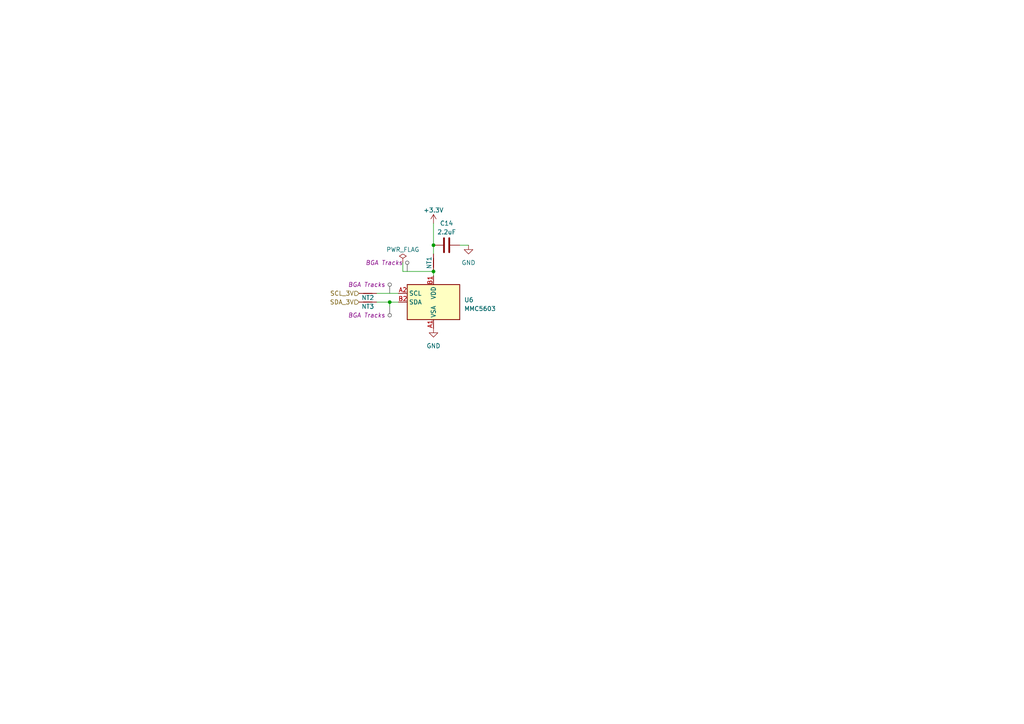
<source format=kicad_sch>
(kicad_sch (version 20230121) (generator eeschema)
  (paper "A4")
  (title_block (title "FooBot-Tests") (date "2023-03-17") (rev "1.0.0") (company "nschoe's labs"))
  (lib_symbols
    (symbol "Device:C" (pin_numbers hide) (pin_names (offset 0.254))
      (property "Reference" "C" (at 0.635 2.54 0))
      (property "Value" "C" (at 0.635 -2.54 0))
      (symbol "C_0_1"
        (polyline (pts (xy -2.032 -0.762) (xy 2.032 -0.762)) (stroke (width 0.508)))
        (polyline (pts (xy -2.032 0.762) (xy 2.032 0.762)) (stroke (width 0.508)))
      )
      (symbol "C_1_1"
        (pin passive line (at 0 3.81 270) (length 2.794) (name "~") (number "1"))
        (pin passive line (at 0 -3.81 90) (length 2.794) (name "~") (number "2"))
      )
    )
    (symbol "Device:NetTie_2" (pin_numbers hide) (pin_names (offset 0) hide) (in_bom no)
      (property "Reference" "NT" (at 0 1.27 0))
      (property "Value" "NetTie_2" (at 0 -1.27 0))
      (symbol "NetTie_2_0_1"
        (polyline (pts (xy -1.27 0) (xy 1.27 0)) (stroke (width 0.254)))
      )
      (symbol "NetTie_2_1_1"
        (pin passive line (at -2.54 0 0) (length 2.54) (name "1") (number "1"))
        (pin passive line (at 2.54 0 180) (length 2.54) (name "2") (number "2"))
      )
    )
    (symbol "Sensor_Magnetic:MMC5633NJL"
      (property "Reference" "U" (at -2.54 8.255 0))
      (property "Value" "MMC5633NJL" (at -2.54 6.35 0))
      (symbol "MMC5633NJL_0_1"
        (rectangle (start -7.62 -5.08) (end 7.62 5.08) (stroke (width 0.254)) (fill (type background)))
      )
      (symbol "MMC5633NJL_1_1"
        (pin power_in line (at 0 -7.62 90) (length 2.54) (name "VSA") (number "A1"))
        (pin input line (at -10.16 2.54 0) (length 2.54) (name "SCL") (number "A2"))
        (pin power_in line (at 0 7.62 270) (length 2.54) (name "VDD") (number "B1"))
        (pin bidirectional line (at -10.16 0 0) (length 2.54) (name "SDA") (number "B2"))
      )
    )
    (symbol "power:+3.3V" (power) (pin_names (offset 0))
      (property "Value" "+3.3V" (at 0 3.556 0))
      (symbol "+3.3V_0_1"
        (polyline (pts (xy -0.762 1.27) (xy 0 2.54)))
        (polyline (pts (xy 0 0) (xy 0 2.54)))
        (polyline (pts (xy 0 2.54) (xy 0.762 1.27)))
      )
      (symbol "+3.3V_1_1"
        (pin power_in line (at 0 0 90) (length 0) hide (name "+3.3V") (number "1"))
      )
    )
    (symbol "power:GND" (power) (pin_names (offset 0))
      (property "Value" "GND" (at 0 -3.81 0))
      (symbol "GND_0_1"
        (polyline (pts (xy 0 0) (xy 0 -1.27) (xy 1.27 -1.27) (xy 0 -2.54) (xy -1.27 -1.27) (xy 0 -1.27)))
      )
      (symbol "GND_1_1"
        (pin power_in line (at 0 0 270) (length 0) hide (name "GND") (number "1"))
      )
    )
    (symbol "power:PWR_FLAG" (power) (pin_numbers hide) (pin_names (offset 0) hide)
      (property "Value" "PWR_FLAG" (at 0 3.81 0))
      (symbol "PWR_FLAG_0_0"
        (pin power_out line (at 0 0 90) (length 0) (name "pwr") (number "1"))
      )
      (symbol "PWR_FLAG_0_1"
        (polyline (pts (xy 0 0) (xy 0 1.27) (xy -1.016 1.905) (xy 0 2.54) (xy 1.016 1.905) (xy 0 1.27)))
      )
    )
  )
  (junction (at 113.03 87.63))
  (junction (at 125.73 78.74))
  (junction (at 125.73 71.12))
  (wire (pts (xy 125.73 71.12) (xy 125.73 73.66)))
  (wire (pts (xy 109.22 87.63) (xy 113.03 87.63)))
  (wire (pts (xy 116.84 78.74) (xy 125.73 78.74)))
  (wire (pts (xy 109.22 85.09) (xy 115.57 85.09)))
  (wire (pts (xy 125.73 64.77) (xy 125.73 71.12)))
  (wire (pts (xy 113.03 87.63) (xy 113.03 88.9)))
  (wire (pts (xy 113.03 87.63) (xy 115.57 87.63)))
  (wire (pts (xy 125.73 78.74) (xy 125.73 80.01)))
  (wire (pts (xy 133.35 71.12) (xy 135.89 71.12)))
  (wire (pts (xy 116.84 76.2) (xy 116.84 78.74)))
  (hierarchical_label "SDA_3V" (shape input) (at 104.14 87.63 180))
  (hierarchical_label "SCL_3V" (shape input) (at 104.14 85.09 180))
  (netclass_flag "" (length 2.54) (shape round) (at 113.03 85.09 0) (property "Netclass" "BGA Tracks" (at 111.76 82.55 0) (effects (font italic) (justify right))))
  (netclass_flag "" (length 2.54) (shape round) (at 118.11 78.74 0) (property "Netclass" "BGA Tracks" (at 116.84 76.2 0) (effects (font italic) (justify right))))
  (netclass_flag "" (length 2.54) (shape round) (at 113.03 88.9 180) (property "Netclass" "BGA Tracks" (at 111.76 91.44 0) (effects (font italic) (justify right))))
  (symbol (lib_id "Device:NetTie_2") (at 125.73 76.2 90) (unit 1) (in_bom no)
    (property "Reference" "NT1" (at 124.46 76.2 0))
    (property "Value" "NetTie_2" (effects hide))
    (property "Footprint" "nschoe-kicad-footprints:NetTie-2_SMD_Pad0.2mm" (effects hide))
  )
  (symbol (lib_id "power:+3.3V") (at 125.73 64.77 0) (unit 1)
    (property "Reference" "#PWR049" (effects hide))
    (property "Value" "+3.3V" (at 125.73 60.96 0))
  )
  (symbol (lib_id "Device:NetTie_2") (at 106.68 87.63 180) (unit 1) (in_bom no)
    (property "Reference" "NT3" (at 106.68 88.9 0))
    (property "Value" "NetTie_2" (effects hide))
    (property "Footprint" "nschoe-kicad-footprints:NetTie-2_SMD_Pad0.2mm" (effects hide))
  )
  (symbol (lib_id "Device:NetTie_2") (at 106.68 85.09 180) (unit 1) (in_bom no)
    (property "Reference" "NT2" (at 106.68 86.36 0))
    (property "Value" "NetTie_2" (effects hide))
    (property "Footprint" "nschoe-kicad-footprints:NetTie-2_SMD_Pad0.2mm" (effects hide))
  )
  (symbol (lib_id "power:PWR_FLAG") (at 116.84 76.2 0) (unit 1)
    (property "Reference" "#FLG05" (effects hide))
    (property "Value" "PWR_FLAG" (at 116.84 72.39 0))
  )
  (symbol (lib_id "power:GND") (at 135.89 71.12 0) (unit 1)
    (property "Reference" "#PWR050" (effects hide))
    (property "Value" "GND" (at 135.89 76.2 0))
  )
  (symbol (lib_id "Device:C") (at 129.54 71.12 90) (unit 1)
    (property "Reference" "C14" (at 129.54 64.77 90))
    (property "Value" "2.2uF" (at 129.54 67.31 90))
    (property "Footprint" "Capacitor_SMD:C_0603_1608Metric" (effects hide))
    (property "Datasheet" "https://datasheet.lcsc.com/lcsc/1810271109_Samsung-Electro-Mechanics-CL10A225KO8NNNC_C23630.pdf" (effects hide))
    (property "LCSC Part" "C23630" (effects hide))
    (property "MPN" "CL10A225KO8NNNC" (effects hide))
  )
  (symbol (lib_id "Sensor_Magnetic:MMC5633NJL") (at 125.73 87.63 0) (unit 1)
    (property "Reference" "U6" (at 134.62 86.995 0) (effects (justify left)))
    (property "Value" "MMC5603" (at 134.62 89.535 0) (effects (justify left)))
    (property "Footprint" "Package_BGA:WLP-4_0.86x0.86mm_P0.4mm" (effects hide))
    (property "Datasheet" "https://datasheet.lcsc.com/lcsc/1912111437_MEMSIC-MMC5603NJ_C404328.pdf" (effects hide))
    (property "LCSC Part" "C404328" (effects hide))
    (property "MPN" "MMC5603NJ" (effects hide))
  )
  (symbol (lib_id "power:GND") (at 125.73 95.25 0) (unit 1)
    (property "Reference" "#PWR051" (effects hide))
    (property "Value" "GND" (at 125.73 100.33 0))
  )
)
</source>
